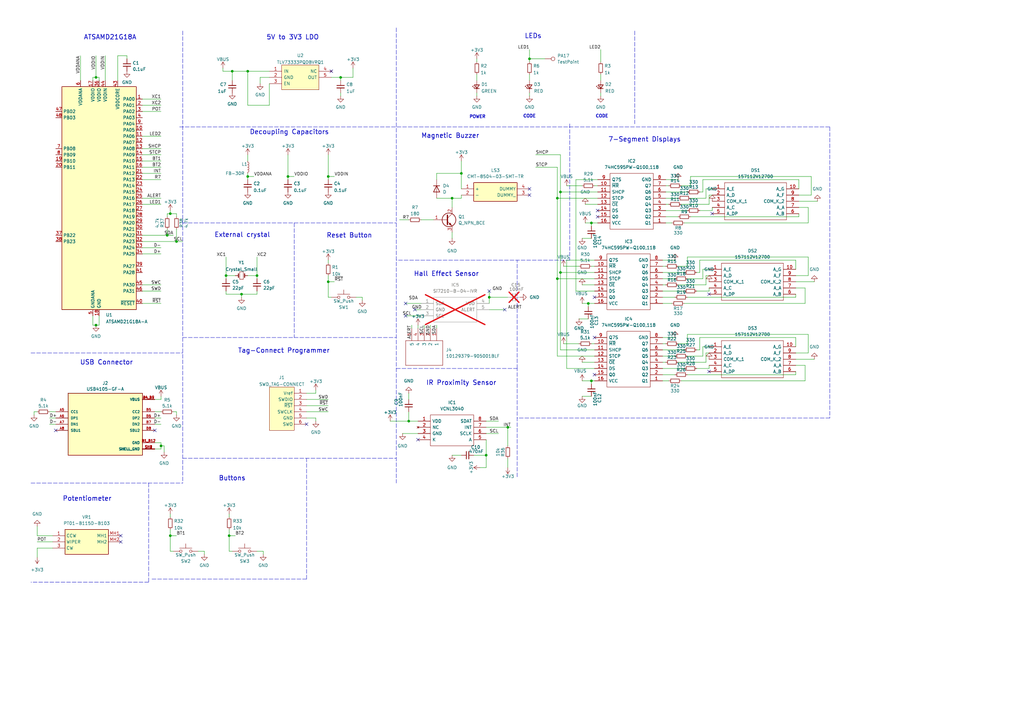
<source format=kicad_sch>
(kicad_sch (version 20250114) (generator "eeschema") (generator_version "9.0")
  (paper "A3")
  (text "Buttons" (at 89.662 197.358 0) (effects (font (size 1.905 1.905) (thickness 0.254) (bold yes)) (justify left bottom)))
  (text "5V to 3V3 LDO" (at 109.22 16.51 0) (effects (font (size 1.905 1.905) (thickness 0.254) (bold yes)) (justify left bottom)))
  (text "External crystal" (at 87.884 97.536 0) (effects (font (size 1.905 1.905) (thickness 0.254) (bold yes)) (justify left bottom)))
  (text "Tag-Connect Programmer" (at 97.536 145.034 0) (effects (font (size 1.905 1.905) (thickness 0.254) (bold yes)) (justify left bottom)))
  (text "Decoupling Capacitors" (at 102.362 55.372 0) (effects (font (size 1.905 1.905) (thickness 0.254) (bold yes)) (justify left bottom)))
  (text "Magnetic Buzzer" (at 172.72 56.896 0) (effects (font (size 1.905 1.905) (thickness 0.254) (bold yes)) (justify left bottom)))
  (text "CODE" (at 246.888 47.752 0) (effects (font (size 1.27 1.27) (thickness 0.254) (bold yes))))
  (text "CODE" (at 217.17 47.752 0) (effects (font (size 1.27 1.27) (thickness 0.254) (bold yes))))
  (text "7-Segment Displays" (at 249.428 58.42 0) (effects (font (size 1.905 1.905) (thickness 0.254) (bold yes)) (justify left bottom)))
  (text "LEDs" (at 215.138 16.002 0) (effects (font (size 1.905 1.905) (thickness 0.254) (bold yes)) (justify left bottom)))
  (text "IR Proximity Sensor" (at 174.752 158.242 0) (effects (font (size 1.905 1.905) (thickness 0.254) (bold yes)) (justify left bottom)))
  (text "POWER" (at 195.834 48.006 0) (effects (font (size 1.27 1.27) (thickness 0.254) (bold yes))))
  (text "Hall Effect Sensor" (at 169.672 113.538 0) (effects (font (size 1.905 1.905) (thickness 0.254) (bold yes)) (justify left bottom)))
  (text "USB Connector" (at 32.766 149.86 0) (effects (font (size 1.905 1.905) (thickness 0.254) (bold yes)) (justify left bottom)))
  (text "Potentiometer" (at 25.654 205.74 0) (effects (font (size 1.905 1.905) (thickness 0.254) (bold yes)) (justify left bottom)))
  (text "ATSAMD21G18A" (at 34.29 16.51 0) (effects (font (size 1.905 1.905) (thickness 0.254) (bold yes)) (justify left bottom)))
  (text "Reset Button" (at 133.858 97.79 0) (effects (font (size 1.905 1.905) (thickness 0.254) (bold yes)) (justify left bottom)))
  (junction (at 208.28 175.26))
  (junction (at 39.37 31.75))
  (junction (at 242.57 91.44))
  (junction (at 69.85 87.63))
  (junction (at 99.06 120.65))
  (junction (at 217.17 24.13))
  (junction (at 242.57 156.21))
  (junction (at 101.6 72.39))
  (junction (at 229.87 78.74))
  (junction (at 241.3 124.46))
  (junction (at 66.04 182.88))
  (junction (at 229.87 111.76))
  (junction (at 200.66 121.92))
  (junction (at 92.71 113.03))
  (junction (at 95.25 29.21))
  (junction (at 93.98 219.71))
  (junction (at 69.85 219.71))
  (junction (at 101.6 29.21))
  (junction (at 228.6 81.28))
  (junction (at 185.42 81.28))
  (junction (at 68.58 96.52))
  (junction (at 228.6 114.3))
  (junction (at 134.62 72.39))
  (junction (at 134.62 115.57))
  (junction (at 72.39 99.06))
  (junction (at 189.23 71.12))
  (junction (at 118.11 72.39))
  (junction (at 39.37 133.35))
  (junction (at 139.7 31.75))
  (junction (at 167.64 172.72))
  (junction (at 199.39 186.69))
  (junction (at 105.41 113.03))
  (no_connect (at 243.84 153.67))
  (no_connect (at 243.84 121.92))
  (no_connect (at 245.11 88.9))
  (no_connect (at 290.83 120.65))
  (no_connect (at 200.66 119.38))
  (no_connect (at 166.37 124.46))
  (no_connect (at 49.53 222.25))
  (no_connect (at 207.01 127))
  (no_connect (at 63.5 176.53))
  (no_connect (at 125.73 173.99))
  (no_connect (at 166.37 129.54))
  (no_connect (at 49.53 219.71))
  (no_connect (at 292.1 87.63))
  (no_connect (at 217.17 77.47))
  (no_connect (at 135.89 29.21))
  (no_connect (at 243.84 138.43))
  (no_connect (at 245.11 86.36))
  (no_connect (at 290.83 152.4))
  (no_connect (at 217.17 80.01))
  (no_connect (at 22.86 176.53))
  (no_connect (at 171.45 180.34))
  (no_connect (at 170.18 127))
  (wire (pts (xy 69.85 210.82) (xy 69.85 212.09)))
  (wire (pts (xy 172.72 127) (xy 170.18 127)))
  (wire (pts (xy 290.83 151.13) (xy 290.83 149.86)))
  (polyline (pts (xy 60.96 198.12) (xy 60.96 238.76)) (stroke (width 0) (type dash)))
  (wire (pts (xy 189.23 66.04) (xy 189.23 71.12)))
  (wire (pts (xy 58.42 96.52) (xy 68.58 96.52)))
  (wire (pts (xy 279.4 156.21) (xy 330.2 156.21)))
  (wire (pts (xy 229.87 78.74) (xy 229.87 63.5)))
  (wire (pts (xy 285.75 111.76) (xy 287.02 111.76)))
  (wire (pts (xy 48.26 22.86) (xy 48.26 33.02)))
  (polyline (pts (xy 125.73 237.49) (xy 125.73 187.96)) (stroke (width 0) (type dash)))
  (wire (pts (xy 171.45 172.72) (xy 167.64 172.72)))
  (wire (pts (xy 195.58 38.1) (xy 195.58 39.37)))
  (wire (pts (xy 40.64 31.75) (xy 39.37 31.75)))
  (wire (pts (xy 93.98 219.71) (xy 93.98 226.06)))
  (wire (pts (xy 271.78 146.05) (xy 276.86 146.05)))
  (wire (pts (xy 72.39 99.06) (xy 74.93 99.06)))
  (polyline (pts (xy 74.93 91.44) (xy 162.56 91.44)) (stroke (width 0) (type dash)))
  (wire (pts (xy 231.14 109.22) (xy 237.49 109.22)))
  (wire (pts (xy 58.42 83.82) (xy 66.04 83.82)))
  (wire (pts (xy 199.39 172.72) (xy 204.47 172.72)))
  (wire (pts (xy 232.41 106.68) (xy 232.41 151.13)))
  (wire (pts (xy 281.94 121.92) (xy 326.39 121.92)))
  (polyline (pts (xy 120.65 91.44) (xy 120.65 138.43)) (stroke (width 0) (type dash)))
  (wire (pts (xy 68.58 87.63) (xy 69.85 87.63)))
  (wire (pts (xy 134.62 113.03) (xy 134.62 115.57)))
  (wire (pts (xy 72.39 93.98) (xy 72.39 99.06)))
  (wire (pts (xy 91.44 29.21) (xy 95.25 29.21)))
  (wire (pts (xy 242.57 156.21) (xy 242.57 157.48)))
  (wire (pts (xy 21.59 224.79) (xy 15.24 224.79)))
  (wire (pts (xy 168.91 133.35) (xy 168.91 134.62)))
  (polyline (pts (xy 260.35 12.7) (xy 260.35 50.8)) (stroke (width 0) (type dash)))
  (wire (pts (xy 217.17 24.13) (xy 217.17 25.4)))
  (wire (pts (xy 125.73 166.37) (xy 134.62 166.37)))
  (wire (pts (xy 93.98 210.82) (xy 93.98 212.09)))
  (wire (pts (xy 69.85 226.06) (xy 71.12 226.06)))
  (wire (pts (xy 106.68 31.75) (xy 110.49 31.75)))
  (wire (pts (xy 199.39 180.34) (xy 199.39 186.69)))
  (wire (pts (xy 219.71 68.58) (xy 228.6 68.58)))
  (wire (pts (xy 69.85 87.63) (xy 72.39 87.63)))
  (wire (pts (xy 232.41 76.2) (xy 238.76 76.2)))
  (wire (pts (xy 95.25 29.21) (xy 95.25 33.02)))
  (wire (pts (xy 99.06 120.65) (xy 92.71 120.65)))
  (wire (pts (xy 58.42 116.84) (xy 66.04 116.84)))
  (polyline (pts (xy 12.7 198.12) (xy 74.93 198.12)) (stroke (width 0) (type dash)))
  (wire (pts (xy 273.05 88.9) (xy 278.13 88.9)))
  (wire (pts (xy 48.26 22.86) (xy 52.07 22.86)))
  (wire (pts (xy 91.44 27.94) (xy 91.44 29.21)))
  (wire (pts (xy 228.6 81.28) (xy 245.11 81.28)))
  (wire (pts (xy 281.94 146.05) (xy 288.29 146.05)))
  (wire (pts (xy 199.39 175.26) (xy 208.28 175.26)))
  (wire (pts (xy 38.1 31.75) (xy 39.37 31.75)))
  (wire (pts (xy 331.47 137.16) (xy 331.47 144.78)))
  (wire (pts (xy 273.05 91.44) (xy 275.59 91.44)))
  (polyline (pts (xy 60.96 238.76) (xy 12.7 238.76)) (stroke (width 0) (type dash)))
  (wire (pts (xy 240.03 83.82) (xy 245.11 83.82)))
  (polyline (pts (xy 196.85 52.07) (xy 340.36 52.07)) (stroke (width 0) (type dash)))
  (wire (pts (xy 83.82 226.06) (xy 83.82 227.33)))
  (wire (pts (xy 292.1 86.36) (xy 292.1 85.09)))
  (wire (pts (xy 21.59 219.71) (xy 15.24 219.71)))
  (wire (pts (xy 288.29 110.49) (xy 290.83 110.49)))
  (wire (pts (xy 199.39 186.69) (xy 194.31 186.69)))
  (wire (pts (xy 241.3 124.46) (xy 243.84 124.46)))
  (wire (pts (xy 271.78 119.38) (xy 280.67 119.38)))
  (wire (pts (xy 280.67 91.44) (xy 331.47 91.44)))
  (wire (pts (xy 281.94 109.22) (xy 281.94 105.41)))
  (wire (pts (xy 238.76 148.59) (xy 243.84 148.59)))
  (wire (pts (xy 287.02 86.36) (xy 292.1 86.36)))
  (wire (pts (xy 229.87 143.51) (xy 243.84 143.51)))
  (wire (pts (xy 208.28 175.26) (xy 209.55 175.26)))
  (polyline (pts (xy 12.7 144.78) (xy 74.93 144.78)) (stroke (width 0) (type dash)))
  (wire (pts (xy 287.02 138.43) (xy 326.39 138.43)))
  (wire (pts (xy 326.39 115.57) (xy 334.01 115.57)))
  (wire (pts (xy 229.87 78.74) (xy 229.87 111.76)))
  (wire (pts (xy 139.7 31.75) (xy 144.78 31.75)))
  (wire (pts (xy 134.62 115.57) (xy 137.16 115.57)))
  (wire (pts (xy 200.66 121.92) (xy 208.28 121.92)))
  (wire (pts (xy 189.23 71.12) (xy 189.23 77.47)))
  (wire (pts (xy 271.78 114.3) (xy 276.86 114.3)))
  (wire (pts (xy 200.66 119.38) (xy 200.66 121.92)))
  (wire (pts (xy 101.6 72.39) (xy 101.6 73.66)))
  (wire (pts (xy 185.42 85.09) (xy 185.42 81.28)))
  (wire (pts (xy 288.29 114.3) (xy 288.29 110.49)))
  (wire (pts (xy 101.6 29.21) (xy 101.6 43.18)))
  (wire (pts (xy 330.2 149.86) (xy 326.39 149.86)))
  (wire (pts (xy 101.6 63.5) (xy 101.6 66.04)))
  (wire (pts (xy 22.86 168.91) (xy 20.32 168.91)))
  (wire (pts (xy 92.71 120.65) (xy 92.71 119.38)))
  (wire (pts (xy 332.74 72.39) (xy 332.74 80.01)))
  (wire (pts (xy 199.39 186.69) (xy 199.39 191.77)))
  (wire (pts (xy 81.28 226.06) (xy 83.82 226.06)))
  (wire (pts (xy 229.87 111.76) (xy 243.84 111.76)))
  (wire (pts (xy 331.47 91.44) (xy 331.47 85.09)))
  (wire (pts (xy 101.6 113.03) (xy 105.41 113.03)))
  (wire (pts (xy 232.41 151.13) (xy 243.84 151.13)))
  (polyline (pts (xy 74.93 187.96) (xy 162.56 187.96)) (stroke (width 0) (type dash)))
  (wire (pts (xy 242.57 91.44) (xy 242.57 92.71)))
  (wire (pts (xy 101.6 71.12) (xy 101.6 72.39)))
  (wire (pts (xy 271.78 116.84) (xy 273.05 116.84)))
  (wire (pts (xy 185.42 95.25) (xy 185.42 97.79)))
  (wire (pts (xy 332.74 80.01) (xy 327.66 80.01)))
  (wire (pts (xy 271.78 143.51) (xy 280.67 143.51)))
  (wire (pts (xy 173.99 133.35) (xy 173.99 134.62)))
  (wire (pts (xy 231.14 140.97) (xy 237.49 140.97)))
  (wire (pts (xy 273.05 83.82) (xy 274.32 83.82)))
  (wire (pts (xy 287.02 111.76) (xy 287.02 106.68)))
  (wire (pts (xy 271.78 109.22) (xy 273.05 109.22)))
  (wire (pts (xy 148.59 121.92) (xy 148.59 123.19)))
  (wire (pts (xy 289.56 116.84) (xy 289.56 113.03)))
  (wire (pts (xy 331.47 113.03) (xy 326.39 113.03)))
  (wire (pts (xy 200.66 121.92) (xy 200.66 124.46)))
  (wire (pts (xy 93.98 219.71) (xy 96.52 219.71)))
  (polyline (pts (xy 125.73 237.49) (xy 62.23 237.49)) (stroke (width 0) (type dash)))
  (wire (pts (xy 283.21 72.39) (xy 332.74 72.39)))
  (wire (pts (xy 139.7 38.1) (xy 139.7 39.37)))
  (wire (pts (xy 273.05 86.36) (xy 281.94 86.36)))
  (wire (pts (xy 285.75 143.51) (xy 287.02 143.51)))
  (wire (pts (xy 134.62 121.92) (xy 135.89 121.92)))
  (wire (pts (xy 281.94 137.16) (xy 331.47 137.16)))
  (wire (pts (xy 40.64 133.35) (xy 40.64 129.54)))
  (polyline (pts (xy 233.68 106.68) (xy 162.56 106.68)) (stroke (width 0) (type dash)))
  (wire (pts (xy 15.24 224.79) (xy 15.24 228.6)))
  (wire (pts (xy 273.05 73.66) (xy 278.13 73.66)))
  (wire (pts (xy 217.17 24.13) (xy 223.52 24.13)))
  (wire (pts (xy 58.42 119.38) (xy 66.04 119.38)))
  (wire (pts (xy 285.75 151.13) (xy 290.83 151.13)))
  (wire (pts (xy 229.87 111.76) (xy 229.87 143.51)))
  (wire (pts (xy 58.42 63.5) (xy 66.04 63.5)))
  (wire (pts (xy 240.03 91.44) (xy 242.57 91.44)))
  (polyline (pts (xy 74.93 138.43) (xy 162.56 138.43)) (stroke (width 0) (type dash)))
  (wire (pts (xy 69.85 219.71) (xy 72.39 219.71)))
  (wire (pts (xy 288.29 73.66) (xy 327.66 73.66)))
  (wire (pts (xy 52.07 22.86) (xy 52.07 24.13)))
  (wire (pts (xy 242.57 140.97) (xy 243.84 140.97)))
  (wire (pts (xy 38.1 129.54) (xy 38.1 133.35)))
  (wire (pts (xy 242.57 109.22) (xy 243.84 109.22)))
  (polyline (pts (xy 233.68 50.8) (xy 233.68 106.68)) (stroke (width 0) (type dash)))
  (wire (pts (xy 107.95 226.06) (xy 107.95 227.33)))
  (wire (pts (xy 146.05 121.92) (xy 148.59 121.92)))
  (wire (pts (xy 106.68 34.29) (xy 106.68 31.75)))
  (wire (pts (xy 58.42 99.06) (xy 72.39 99.06)))
  (wire (pts (xy 289.56 77.47) (xy 292.1 77.47)))
  (polyline (pts (xy 73.66 52.07) (xy 196.85 52.07)) (stroke (width 0) (type dash)))
  (wire (pts (xy 246.38 20.32) (xy 246.38 25.4)))
  (wire (pts (xy 271.78 124.46) (xy 275.59 124.46)))
  (wire (pts (xy 273.05 78.74) (xy 281.94 78.74)))
  (wire (pts (xy 39.37 133.35) (xy 40.64 133.35)))
  (wire (pts (xy 40.64 33.02) (xy 40.64 31.75)))
  (wire (pts (xy 228.6 146.05) (xy 228.6 114.3)))
  (wire (pts (xy 330.2 124.46) (xy 330.2 118.11)))
  (wire (pts (xy 22.86 173.99) (xy 20.32 173.99)))
  (wire (pts (xy 287.02 106.68) (xy 326.39 106.68)))
  (wire (pts (xy 21.59 222.25) (xy 15.24 222.25)))
  (wire (pts (xy 290.83 83.82) (xy 290.83 80.01)))
  (wire (pts (xy 68.58 88.9) (xy 68.58 87.63)))
  (wire (pts (xy 58.42 45.72) (xy 66.04 45.72)))
  (wire (pts (xy 134.62 106.68) (xy 134.62 107.95)))
  (wire (pts (xy 58.42 81.28) (xy 66.04 81.28)))
  (wire (pts (xy 281.94 114.3) (xy 288.29 114.3)))
  (wire (pts (xy 243.84 146.05) (xy 228.6 146.05)))
  (wire (pts (xy 179.07 133.35) (xy 179.07 134.62)))
  (wire (pts (xy 288.29 146.05) (xy 288.29 142.24)))
  (wire (pts (xy 58.42 73.66) (xy 66.04 73.66)))
  (wire (pts (xy 13.97 170.18) (xy 13.97 168.91)))
  (wire (pts (xy 165.1 177.8) (xy 171.45 177.8)))
  (wire (pts (xy 69.85 217.17) (xy 69.85 219.71)))
  (wire (pts (xy 271.78 106.68) (xy 276.86 106.68)))
  (wire (pts (xy 69.85 219.71) (xy 69.85 226.06)))
  (wire (pts (xy 13.97 168.91) (xy 15.24 168.91)))
  (wire (pts (xy 105.41 119.38) (xy 105.41 120.65)))
  (wire (pts (xy 289.56 113.03) (xy 290.83 113.03)))
  (wire (pts (xy 283.21 81.28) (xy 289.56 81.28)))
  (wire (pts (xy 326.39 147.32) (xy 334.01 147.32)))
  (wire (pts (xy 129.54 160.02) (xy 129.54 161.29)))
  (wire (pts (xy 105.41 113.03) (xy 105.41 114.3)))
  (wire (pts (xy 208.28 187.96) (xy 208.28 191.77)))
  (wire (pts (xy 58.42 60.96) (xy 66.04 60.96)))
  (wire (pts (xy 243.84 106.68) (xy 232.41 106.68)))
  (wire (pts (xy 242.57 91.44) (xy 245.11 91.44)))
  (wire (pts (xy 134.62 115.57) (xy 134.62 121.92)))
  (wire (pts (xy 66.04 182.88) (xy 67.31 182.88)))
  (wire (pts (xy 101.6 72.39) (xy 104.14 72.39)))
  (wire (pts (xy 278.13 109.22) (xy 281.94 109.22)))
  (wire (pts (xy 125.73 171.45) (xy 129.54 171.45)))
  (wire (pts (xy 185.42 186.69) (xy 189.23 186.69)))
  (wire (pts (xy 278.13 116.84) (xy 289.56 116.84)))
  (wire (pts (xy 69.85 86.36) (xy 69.85 87.63)))
  (wire (pts (xy 58.42 124.46) (xy 66.04 124.46)))
  (wire (pts (xy 58.42 43.18) (xy 66.04 43.18)))
  (wire (pts (xy 327.66 73.66) (xy 327.66 77.47)))
  (wire (pts (xy 289.56 81.28) (xy 289.56 77.47)))
  (wire (pts (xy 58.42 66.04) (xy 66.04 66.04)))
  (wire (pts (xy 125.73 168.91) (xy 134.62 168.91)))
  (wire (pts (xy 208.28 175.26) (xy 208.28 182.88)))
  (wire (pts (xy 63.5 181.61) (xy 66.04 181.61)))
  (wire (pts (xy 278.13 148.59) (xy 289.56 148.59)))
  (wire (pts (xy 66.04 162.56) (xy 66.04 163.83)))
  (wire (pts (xy 271.78 156.21) (xy 274.32 156.21)))
  (wire (pts (xy 118.11 72.39) (xy 120.65 72.39)))
  (polyline (pts (xy 212.09 195.58) (xy 212.09 151.13)) (stroke (width 0) (type dash)))
  (wire (pts (xy 238.76 156.21) (xy 242.57 156.21)))
  (wire (pts (xy 63.5 173.99) (xy 66.04 173.99)))
  (wire (pts (xy 172.72 90.17) (xy 177.8 90.17)))
  (wire (pts (xy 331.47 85.09) (xy 327.66 85.09)))
  (wire (pts (xy 125.73 161.29) (xy 129.54 161.29)))
  (wire (pts (xy 33.02 22.86) (xy 33.02 33.02)))
  (wire (pts (xy 22.86 171.45) (xy 20.32 171.45)))
  (wire (pts (xy 283.21 88.9) (xy 327.66 88.9)))
  (wire (pts (xy 331.47 144.78) (xy 326.39 144.78)))
  (wire (pts (xy 63.5 171.45) (xy 66.04 171.45)))
  (wire (pts (xy 330.2 156.21) (xy 330.2 149.86)))
  (wire (pts (xy 327.66 82.55) (xy 335.28 82.55)))
  (wire (pts (xy 134.62 63.5) (xy 134.62 72.39)))
  (wire (pts (xy 326.39 138.43) (xy 326.39 142.24)))
  (wire (pts (xy 228.6 81.28) (xy 228.6 68.58)))
  (wire (pts (xy 271.78 121.92) (xy 276.86 121.92)))
  (wire (pts (xy 92.71 114.3) (xy 92.71 113.03)))
  (wire (pts (xy 163.83 90.17) (xy 167.64 90.17)))
  (wire (pts (xy 99.06 121.92) (xy 99.06 120.65)))
  (wire (pts (xy 179.07 71.12) (xy 189.23 71.12)))
  (polyline (pts (xy 74.93 12.7) (xy 74.93 198.12)) (stroke (width 0) (type dash)))
  (wire (pts (xy 287.02 78.74) (xy 288.29 78.74)))
  (wire (pts (xy 118.11 63.5) (xy 118.11 72.39)))
  (wire (pts (xy 290.83 80.01) (xy 292.1 80.01)))
  (wire (pts (xy 283.21 76.2) (xy 283.21 72.39)))
  (wire (pts (xy 238.76 124.46) (xy 241.3 124.46)))
  (wire (pts (xy 38.1 33.02) (xy 38.1 31.75)))
  (wire (pts (xy 185.42 81.28) (xy 189.23 81.28)))
  (wire (pts (xy 200.66 127) (xy 207.01 127)))
  (wire (pts (xy 288.29 78.74) (xy 288.29 73.66)))
  (wire (pts (xy 179.07 73.66) (xy 179.07 71.12)))
  (wire (pts (xy 273.05 76.2) (xy 274.32 76.2)))
  (wire (pts (xy 271.78 140.97) (xy 273.05 140.97)))
  (wire (pts (xy 238.76 116.84) (xy 243.84 116.84)))
  (wire (pts (xy 110.49 34.29) (xy 110.49 43.18)))
  (wire (pts (xy 281.94 105.41) (xy 331.47 105.41)))
  (wire (pts (xy 271.78 138.43) (xy 276.86 138.43)))
  (wire (pts (xy 68.58 96.52) (xy 71.12 96.52)))
  (wire (pts (xy 63.5 168.91) (xy 66.04 168.91)))
  (wire (pts (xy 327.66 88.9) (xy 327.66 87.63)))
  (wire (pts (xy 219.71 63.5) (xy 229.87 63.5)))
  (wire (pts (xy 101.6 43.18) (xy 110.49 43.18)))
  (wire (pts (xy 171.45 133.35) (xy 171.45 134.62)))
  (wire (pts (xy 39.37 22.86) (xy 39.37 31.75)))
  (wire (pts (xy 125.73 163.83) (xy 134.62 163.83)))
  (wire (pts (xy 139.7 31.75) (xy 139.7 33.02)))
  (wire (pts (xy 66.04 184.15) (xy 66.04 182.88)))
  (wire (pts (xy 43.18 22.86) (xy 43.18 33.02)))
  (wire (pts (xy 58.42 71.12) (xy 66.04 71.12)))
  (wire (pts (xy 237.49 130.81) (xy 241.3 130.81)))
  (wire (pts (xy 330.2 118.11) (xy 326.39 118.11)))
  (wire (pts (xy 38.1 133.35) (xy 39.37 133.35)))
  (wire (pts (xy 68.58 96.52) (xy 68.58 93.98)))
  (wire (pts (xy 92.71 113.03) (xy 96.52 113.03)))
  (wire (pts (xy 58.42 68.58) (xy 66.04 68.58)))
  (wire (pts (xy 238.76 97.79) (xy 242.57 97.79)))
  (wire (pts (xy 287.02 143.51) (xy 287.02 138.43)))
  (wire (pts (xy 280.67 124.46) (xy 330.2 124.46)))
  (wire (pts (xy 66.04 181.61) (xy 66.04 182.88)))
  (wire (pts (xy 101.6 29.21) (xy 110.49 29.21)))
  (wire (pts (xy 246.38 38.1) (xy 246.38 39.37)))
  (wire (pts (xy 58.42 101.6) (xy 66.04 101.6)))
  (polyline (pts (xy 162.56 151.13) (xy 212.09 151.13)) (stroke (width 0) (type dash)))
  (wire (pts (xy 58.42 104.14) (xy 66.04 104.14)))
  (wire (pts (xy 217.17 38.1) (xy 217.17 39.37)))
  (wire (pts (xy 236.22 73.66) (xy 245.11 73.66)))
  (wire (pts (xy 95.25 29.21) (xy 101.6 29.21)))
  (wire (pts (xy 243.84 76.2) (xy 245.11 76.2)))
  (polyline (pts (xy 340.36 52.07) (xy 340.36 171.45)) (stroke (width 0) (type dash)))
  (wire (pts (xy 242.57 156.21) (xy 243.84 156.21)))
  (wire (pts (xy 228.6 114.3) (xy 243.84 114.3)))
  (wire (pts (xy 271.78 151.13) (xy 280.67 151.13)))
  (wire (pts (xy 236.22 119.38) (xy 236.22 73.66)))
  (wire (pts (xy 195.58 24.13) (xy 195.58 25.4)))
  (wire (pts (xy 144.78 27.94) (xy 144.78 31.75)))
  (wire (pts (xy 271.78 111.76) (xy 280.67 111.76)))
  (wire (pts (xy 15.24 215.9) (xy 15.24 219.71)))
  (wire (pts (xy 129.54 171.45) (xy 129.54 172.72)))
  (wire (pts (xy 166.37 124.46) (xy 172.72 124.46)))
  (wire (pts (xy 166.37 129.54) (xy 172.72 129.54)))
  (wire (pts (xy 278.13 140.97) (xy 281.94 140.97)))
  (wire (pts (xy 66.04 163.83) (xy 63.5 163.83)))
  (wire (pts (xy 195.58 30.48) (xy 195.58 33.02)))
  (wire (pts (xy 118.11 72.39) (xy 118.11 73.66)))
  (wire (pts (xy 67.31 182.88) (xy 67.31 185.42)))
  (wire (pts (xy 72.39 87.63) (xy 72.39 88.9)))
  (wire (pts (xy 289.56 144.78) (xy 290.83 144.78)))
  (wire (pts (xy 58.42 40.64) (xy 66.04 40.64)))
  (wire (pts (xy 217.17 20.32) (xy 217.17 24.13)))
  (wire (pts (xy 99.06 120.65) (xy 105.41 120.65)))
  (wire (pts (xy 199.39 191.77) (xy 196.85 191.77)))
  (wire (pts (xy 134.62 72.39) (xy 137.16 72.39)))
  (wire (pts (xy 167.64 168.91) (xy 167.64 172.72)))
  (wire (pts (xy 246.38 30.48) (xy 246.38 33.02)))
  (wire (pts (xy 238.76 162.56) (xy 242.57 162.56)))
  (wire (pts (xy 279.4 83.82) (xy 290.83 83.82)))
  (wire (pts (xy 271.78 153.67) (xy 276.86 153.67)))
  (polyline (pts (xy 340.36 171.45) (xy 212.09 171.45)) (stroke (width 0) (type dash)))
  (wire (pts (xy 289.56 148.59) (xy 289.56 144.78)))
  (wire (pts (xy 279.4 76.2) (xy 283.21 76.2)))
  (wire (pts (xy 288.29 142.24) (xy 290.83 142.24)))
  (wire (pts (xy 167.64 161.29) (xy 167.64 163.83)))
  (polyline (pts (xy 212.09 151.13) (xy 212.09 106.68)) (stroke (width 0) (type dash)))
  (wire (pts (xy 326.39 121.92) (xy 326.39 120.65)))
  (wire (pts (xy 331.47 105.41) (xy 331.47 113.03)))
  (wire (pts (xy 281.94 140.97) (xy 281.94 137.16)))
  (wire (pts (xy 160.02 172.72) (xy 167.64 172.72)))
  (wire (pts (xy 243.84 119.38) (xy 236.22 119.38)))
  (wire (pts (xy 58.42 55.88) (xy 66.04 55.88)))
  (wire (pts (xy 71.12 168.91) (xy 72.39 168.91)))
  (wire (pts (xy 189.23 81.28) (xy 189.23 80.01)))
  (wire (pts (xy 72.39 168.91) (xy 72.39 170.18)))
  (wire (pts (xy 285.75 119.38) (xy 290.83 119.38)))
  (wire (pts (xy 228.6 114.3) (xy 228.6 81.28)))
  (wire (pts (xy 93.98 217.17) (xy 93.98 219.71)))
  (wire (pts (xy 135.89 31.75) (xy 139.7 31.75)))
  (wire (pts (xy 271.78 148.59) (xy 273.05 148.59)))
  (wire (pts (xy 281.94 153.67) (xy 326.39 153.67)))
  (wire (pts (xy 245.11 78.74) (xy 229.87 78.74)))
  (wire (pts (xy 92.71 105.41) (xy 92.71 113.03)))
  (wire (pts (xy 185.42 81.28) (xy 179.07 81.28)))
  (polyline (pts (xy 162.56 11.43) (xy 162.56 198.12)) (stroke (width 0) (type dash)))
  (wire (pts (xy 326.39 153.67) (xy 326.39 152.4)))
  (wire (pts (xy 199.39 177.8) (xy 204.47 177.8)))
  (wire (pts (xy 326.39 106.68) (xy 326.39 110.49)))
  (wire (pts (xy 63.5 184.15) (xy 66.04 184.15)))
  (wire (pts (xy 93.98 226.06) (xy 95.25 226.06)))
  (wire (pts (xy 241.3 124.46) (xy 241.3 125.73)))
  (wire (pts (xy 290.83 119.38) (xy 290.83 118.11)))
  (wire (pts (xy 105.41 105.41) (xy 105.41 113.03)))
  (wire (pts (xy 176.53 133.35) (xy 176.53 134.62)))
  (wire (pts (xy 134.62 72.39) (xy 134.62 73.66)))
  (wire (pts (xy 217.17 30.48) (xy 217.17 33.02)))
  (wire (pts (xy 105.41 226.06) (xy 107.95 226.06)))
  (wire (pts (xy 273.05 81.28) (xy 278.13 81.28)))
  (label "ALERT" (at 208.28 127 0))
  (label "D-" (at 20.32 173.99 0))
  (label "SDA" (at 71.12 96.52 180))
  (label "VDDIO" (at 39.37 22.86 270))
  (label "BT1" (at 66.04 66.04 180))
  (label "VDDIO" (at 120.65 72.39 0))
  (label "STCP" (at 219.71 68.58 0))
  (label "SCL" (at 173.99 133.35 270))
  (label "BT2" (at 96.52 219.71 0))
  (label "VDDANA" (at 104.14 72.39 0))
  (label "SWD" (at 66.04 119.38 180) (effects (font (size 1.2446 1.2446))))
  (label "LED2" (at 66.04 55.88 180) (effects (font (size 1.2446 1.2446))))
  (label "POT" (at 15.24 222.25 0))
  (label "SWC" (at 66.04 116.84 180) (effects (font (size 1.2446 1.2446))))
  (label "LED1" (at 66.04 83.82 180) (effects (font (size 1.2446 1.2446))))
  (label "SCL" (at 165.1 129.54 0))
  (label "D+" (at 66.04 104.14 180) (effects (font (size 1.2446 1.2446))))
  (label "POT" (at 66.04 45.72 180))
  (label "XC2" (at 66.04 43.18 180))
  (label "SCL" (at 204.47 177.8 180))
  (label "BT1" (at 72.39 219.71 0))
  (label "SHCP" (at 219.71 63.5 0))
  (label "XC1" (at 92.71 105.41 180))
  (label "ALERT" (at 168.91 133.35 270))
  (label "GND" (at 201.93 119.38 0))
  (label "~{RST}" (at 137.16 115.57 0))
  (label "D+" (at 20.32 171.45 0))
  (label "STCP" (at 66.04 63.5 180))
  (label "SWD" (at 134.62 163.83 180) (effects (font (size 1.2446 1.2446))))
  (label "BT2" (at 66.04 68.58 180))
  (label "VDDIN" (at 137.16 72.39 0))
  (label "SHCP" (at 66.04 60.96 180))
  (label "SWC" (at 134.62 168.91 180) (effects (font (size 1.2446 1.2446))))
  (label "INT" (at 209.55 175.26 180))
  (label "~{RST}" (at 66.04 124.46 180))
  (label "D-" (at 66.04 173.99 180))
  (label "R7" (at 66.04 73.66 180))
  (label "VDDIN" (at 43.18 22.86 270))
  (label "XC2" (at 105.41 105.41 0))
  (label "SDA" (at 167.64 123.19 0))
  (label "SDA" (at 204.47 172.72 180))
  (label "SCL" (at 74.93 99.06 180))
  (label "GND" (at 168.91 127 0))
  (label "SDA" (at 179.07 133.35 270))
  (label "LED2" (at 246.38 20.32 180) (effects (font (size 1.2446 1.2446))))
  (label "D+" (at 66.04 171.45 180))
  (label "LED1" (at 217.17 20.32 180) (effects (font (size 1.2446 1.2446))))
  (label "ALERT" (at 66.04 81.28 180))
  (label "GND" (at 176.53 133.35 270))
  (label "D-" (at 66.04 101.6 180) (effects (font (size 1.2446 1.2446))))
  (label "~{RST}" (at 134.62 166.37 180))
  (label "XC1" (at 66.04 40.64 180))
  (label "R7" (at 165.1 90.17 0))
  (label "VDDANA" (at 33.02 22.86 270))
  (label "INT" (at 66.04 71.12 180))
  (symbol (lib_id "Device:LED_Small") (at 217.17 35.56 90) (unit 1)
    (property "Reference" "D3" (at 218.948 34.588 90) (effects (justify right)))
    (property "Value" "RED" (at 218.948 37.3631 90) (effects (justify right)))
    (property "Footprint" "LED_SMD:LED_0603_1608Metric_Pad1.05x0.95mm_HandSolder" (effects (hide yes)))
    (property "Mouser Order Link" "https://www.mouser.com/ProductDetail/Wurth-Elektronik/150060RS55040?qs=8Aam6%252B7C6HHnMZFlrlTntA%3D%3D" (effects (hide yes)))
    (property "Mouser Part Number" "710-150060RS55040" (effects (hide yes)))
  )
  (symbol (lib_id "Device:C_Small") (at 139.7 35.56 0) (unit 1)
    (property "Reference" "C8" (at 142.0241 34.6578 0) (effects (justify left)))
    (property "Value" "1uF" (at 142.0241 37.4329 0) (effects (justify left)))
    (property "Footprint" "Capacitor_SMD:C_0603_1608Metric_Pad1.08x0.95mm_HandSolder" (effects (hide yes)))
  )
  (symbol (lib_name "GND_2") (lib_id "power:GND") (at 334.01 147.32 180) (unit 1)
    (property "Reference" "#PWR019" (effects (hide yes)))
    (property "Value" "GND" (at 334.01 142.24 0))
    (property "Description" "Power symbol creates a global label with name \"GND\" , ground" (effects (hide yes)))
  )
  (symbol (lib_id "Device:R_Small") (at 276.86 156.21 90) (unit 1)
    (property "Reference" "R24" (at 276.86 158.242 90))
    (property "Value" "330" (at 276.86 160.274 90))
    (property "Footprint" "Resistor_SMD:R_0603_1608Metric_Pad0.98x0.95mm_HandSolder" (effects (hide yes)))
  )
  (symbol (lib_name "GND_3") (lib_id "power:GND") (at 238.76 116.84 180) (unit 1)
    (property "Reference" "#PWR021" (effects (hide yes)))
    (property "Value" "GND" (at 238.76 111.76 0))
    (property "Description" "Power symbol creates a global label with name \"GND\" , ground" (effects (hide yes)))
  )
  (symbol (lib_id "power:+3V3") (at 69.85 210.82 0) (unit 1)
    (property "Reference" "#PWR0129" (effects (hide yes)))
    (property "Value" "+3V3" (at 69.85 207.2155 0))
  )
  (symbol (lib_id "Device:R_Small") (at 279.4 146.05 270) (unit 1)
    (property "Reference" "R25" (at 279.4 144.018 90))
    (property "Value" "330" (at 279.4 141.986 90))
    (property "Footprint" "Resistor_SMD:R_0603_1608Metric_Pad0.98x0.95mm_HandSolder" (effects (hide yes)))
  )
  (symbol (lib_id "power:GND") (at 52.07 29.21 0) (unit 1)
    (property "Reference" "#PWR0120" (effects (hide yes)))
    (property "Value" "GND" (at 52.07 33.7725 0))
  )
  (symbol (lib_id "power:+3V3") (at 69.85 86.36 0) (unit 1)
    (property "Reference" "#PWR0128" (effects (hide yes)))
    (property "Value" "+3V3" (at 69.85 82.7555 0))
  )
  (symbol (lib_id "power:GND") (at 139.7 39.37 0) (unit 1)
    (property "Reference" "#PWR0103" (effects (hide yes)))
    (property "Value" "GND" (at 139.7 43.9325 0))
  )
  (symbol (lib_id "Device:R_Small") (at 275.59 140.97 270) (unit 1)
    (property "Reference" "R22" (at 275.59 138.938 90))
    (property "Value" "330" (at 275.59 136.906 90))
    (property "Footprint" "Resistor_SMD:R_0603_1608Metric_Pad0.98x0.95mm_HandSolder" (effects (hide yes)))
  )
  (symbol (lib_name "VBUS_1") (lib_id "power:VBUS") (at 238.76 156.21 0) (unit 1)
    (property "Reference" "#PWR012" (effects (hide yes)))
    (property "Value" "VBUS" (at 237.998 152.146 0))
    (property "Description" "Power symbol creates a global label with name \"VBUS\"" (effects (hide yes)))
  )
  (symbol (lib_id "Device:D") (at 179.07 77.47 270) (unit 1)
    (property "Reference" "D4" (at 181.61 76.1999 90) (effects (justify left)))
    (property "Value" "D" (at 181.61 78.7399 90) (effects (justify left)))
    (property "Footprint" "finalpcb:SOD2713X115N" (effects (hide yes)))
    (property "Datasheet" "https://www.vishay.com/docs/85751/1n4148ws.pdf" (effects (hide yes)))
    (property "Description" "Diode" (effects (hide yes)))
    (property "Sim.Device" "D" (effects (hide yes)))
    (property "Sim.Pins" "1=K 2=A" (effects (hide yes)))
    (property "Purchase Link" "https://www.mouser.com/ProductDetail/Vishay-Semiconductors/1N4148WS-HE3-18?qs=uS%252BVSIFnvp7OP3eoZuRJLQ%3D%3D" (effects (hide yes)))
  )
  (symbol (lib_id "CMT-8504-03-SMT-TR:CMT-8504-03-SMT-TR") (at 217.17 80.01 180) (unit 1)
    (property "Reference" "LS3" (at 203.2 69.85 0))
    (property "Value" "CMT-8504-03-SMT-TR" (at 203.2 72.39 0))
    (property "Footprint" "CMT850403SMTTR" (effects (hide yes)))
    (property "Datasheet" "https://www.sameskydevices.com/product/resource/cmt-8504-03-smt-tr.pdf" (effects (hide yes)))
    (property "Description" "Buzzers Transducer, Externally Driven Magnetic 3 V 5mA 2.7kHz 85dB @ 3V, 10cm Surface Mount Solder Pads" (effects (hide yes)))
    (property "Height" "4.5" (effects (hide yes)))
    (property "Mouser Part Number" "179-CMT-8504-03SMTTR" (effects (hide yes)))
    (property "Mouser Price/Stock" "https://www.mouser.co.uk/ProductDetail/Same-Sky/CMT-8504-03-SMT-TR?qs=olJun0bQHM8hsIBgiowfOQ%3D%3D" (effects (hide yes)))
    (property "Manufacturer_Name" "Same Sky" (effects (hide yes)))
    (property "Manufacturer_Part_Number" "CMT-8504-03-SMT-TR" (effects (hide yes)))
  )
  (symbol (lib_id "power:+3V3") (at 15.24 228.6 180) (unit 1)
    (property "Reference" "#PWR0136" (effects (hide yes)))
    (property "Value" "+3V3" (at 15.24 233.68 0))
  )
  (symbol (lib_id "Device:R_Small") (at 283.21 119.38 270) (unit 1)
    (property "Reference" "R21" (at 283.21 117.348 90))
    (property "Value" "330" (at 283.21 115.316 90))
    (property "Footprint" "Resistor_SMD:R_0603_1608Metric_Pad0.98x0.95mm_HandSolder" (effects (hide yes)))
  )
  (symbol (lib_name "VBUS_1") (lib_id "power:VBUS") (at 240.03 91.44 0) (unit 1)
    (property "Reference" "#PWR08" (effects (hide yes)))
    (property "Value" "VBUS" (at 240.03 87.63 0))
    (property "Description" "Power symbol creates a global label with name \"VBUS\"" (effects (hide yes)))
  )
  (symbol (lib_id "power:+3V3") (at 101.6 63.5 0) (unit 1)
    (property "Reference" "#PWR0109" (effects (hide yes)))
    (property "Value" "+3V3" (at 101.6 59.8955 0))
  )
  (symbol (lib_id "power:VBUS") (at 91.44 27.94 0) (unit 1)
    (property "Reference" "#PWR0102" (effects (hide yes)))
    (property "Value" "VBUS" (at 91.44 24.3355 0))
  )
  (symbol (lib_id "Device:R_Small") (at 246.38 27.94 0) (unit 1)
    (property "Reference" "R3" (at 247.8786 27.0315 0) (effects (justify left)))
    (property "Value" "1k" (at 247.8786 29.8066 0) (effects (justify left)))
    (property "Footprint" "Resistor_SMD:R_0603_1608Metric_Pad0.98x0.95mm_HandSolder" (effects (hide yes)))
  )
  (symbol (lib_name "VBUS_1") (lib_id "power:VBUS") (at 238.76 124.46 0) (unit 1)
    (property "Reference" "#PWR010" (effects (hide yes)))
    (property "Value" "VBUS" (at 238.506 120.396 0))
    (property "Description" "Power symbol creates a global label with name \"VBUS\"" (effects (hide yes)))
  )
  (symbol (lib_id "Device:C_Small") (at 118.11 76.2 0) (unit 1)
    (property "Reference" "C3" (at 120.4341 75.2978 0) (effects (justify left)))
    (property "Value" "0.1uF" (at 120.4341 78.0729 0) (effects (justify left)))
    (property "Footprint" "Capacitor_SMD:C_0603_1608Metric_Pad1.08x0.95mm_HandSolder" (effects (hide yes)))
  )
  (symbol (lib_name "GND_3") (lib_id "power:GND") (at 237.49 130.81 0) (unit 1)
    (property "Reference" "#PWR030" (effects (hide yes)))
    (property "Value" "GND" (at 237.49 134.62 0))
    (property "Description" "Power symbol creates a global label with name \"GND\" , ground" (effects (hide yes)))
  )
  (symbol (lib_id "power:GND") (at 99.06 121.92 0) (unit 1)
    (property "Reference" "#PWR0107" (effects (hide yes)))
    (property "Value" "GND" (at 99.06 126.4825 0))
  )
  (symbol (lib_name "GND_3") (lib_id "power:GND") (at 238.76 97.79 0) (unit 1)
    (property "Reference" "#PWR031" (effects (hide yes)))
    (property "Value" "GND" (at 238.76 101.6 0))
    (property "Description" "Power symbol creates a global label with name \"GND\" , ground" (effects (hide yes)))
  )
  (symbol (lib_id "power:GND") (at 195.58 39.37 0) (unit 1)
    (property "Reference" "#PWR0118" (effects (hide yes)))
    (property "Value" "GND" (at 195.58 43.9325 0))
  )
  (symbol (lib_name "GND_2") (lib_id "power:GND") (at 276.86 106.68 180) (unit 1)
    (property "Reference" "#PWR011" (effects (hide yes)))
    (property "Value" "GND" (at 276.86 101.6 0))
    (property "Description" "Power symbol creates a global label with name \"GND\" , ground" (effects (hide yes)))
  )
  (symbol (lib_id "finalpcb:74HC595PW-Q100,118") (at 273.05 91.44 180) (unit 1)
    (property "Reference" "IC2" (at 259.08 66.04 0))
    (property "Value" "74HC595PW-Q100,118" (at 259.08 68.58 0))
    (property "Footprint" "finalpcb:SOP65P640X110-16N" (effects (hide yes)))
    (property "Datasheet" "https://assets.nexperia.com/documents/data-sheet/74HC_HCT595_Q100.pdf" (effects (hide yes)))
    (property "Description" "74HC(T)595-Q100 - 8-bit serial-in, serial or parallel-out shift register with output latches; 3-state@en-us" (effects (hide yes)))
    (property "Description_1" "74HC(T)595-Q100 - 8-bit serial-in, serial or parallel-out shift register with output latches; 3-state@en-us" (effects (hide yes)))
    (property "Height" "1.1" (effects (hide yes)))
    (property "Mouser Part Number" "771-74HC595PW-Q100" (effects (hide yes)))
    (property "Mouser Price/Stock" "https://www.mouser.co.uk/ProductDetail/Nexperia/74HC595PW-Q100118?qs=1sbE9T7hb3aHrTORCcEuDg%3D%3D" (effects (hide yes)))
    (property "Manufacturer_Name" "Nexperia" (effects (hide yes)))
    (property "Manufacturer_Part_Number" "74HC595PW-Q100,118" (effects (hide yes)))
  )
  (symbol (lib_id "power:GND") (at 148.59 123.19 0) (unit 1)
    (property "Reference" "#PWR0104" (effects (hide yes)))
    (property "Value" "GND" (at 148.59 127.7525 0))
  )
  (symbol (lib_id "Device:C_Small") (at 95.25 35.56 0) (mirror x) (unit 1)
    (property "Reference" "C7" (at 92.9259 34.6451 0) (effects (justify right)))
    (property "Value" "1uF" (at 92.9259 37.4202 0) (effects (justify right)))
    (property "Footprint" "Capacitor_SMD:C_0603_1608Metric_Pad1.08x0.95mm_HandSolder" (effects (hide yes)))
  )
  (symbol (lib_id "power:+3V3") (at 208.28 191.77 180) (unit 1)
    (property "Reference" "#PWR0134" (effects (hide yes)))
    (property "Value" "+3V3" (at 208.28 195.3745 0))
  )
  (symbol (lib_id "finalpcb:VCNL3040") (at 171.45 172.72 0) (unit 1)
    (property "Reference" "IC1" (at 185.42 165.1 0))
    (property "Value" "VCNL3040" (at 185.42 167.64 0))
    (property "Footprint" "finalpcb:SON108P200X400X115-8N" (effects (hide yes)))
    (property "Datasheet" "https://www.vishay.com/docs/84917/vcnl3040.pdf" (effects (hide yes)))
    (property "Description" "VISHAY - VCNL3040 - Proximity Sensor, I2C, 300 mm, QFN, 8 Pins, 2.5 V, 3.6 V" (effects (hide yes)))
    (property "Description_1" "VISHAY - VCNL3040 - Proximity Sensor, I2C, 300 mm, QFN, 8 Pins, 2.5 V, 3.6 V" (effects (hide yes)))
    (property "Height" "1.15" (effects (hide yes)))
    (property "Mouser Part Number" "78-VCNL3040" (effects (hide yes)))
    (property "Mouser Price/Stock" "https://www.mouser.co.uk/ProductDetail/Vishay-Semiconductors/VCNL3040?qs=bZr6mbWTK5m90GodUNdcvA%3D%3D" (effects (hide yes)))
    (property "Manufacturer_Name" "Vishay" (effects (hide yes)))
    (property "Manufacturer_Part_Number" "VCNL3040" (effects (hide yes)))
  )
  (symbol (lib_id "power:GND") (at 246.38 39.37 0) (unit 1)
    (property "Reference" "#PWR0119" (effects (hide yes)))
    (property "Value" "GND" (at 246.38 43.9325 0))
  )
  (symbol (lib_id "Device:R_Small") (at 283.21 151.13 270) (unit 1)
    (property "Reference" "R28" (at 283.21 149.098 90))
    (property "Value" "330" (at 283.21 147.066 90))
    (property "Footprint" "Resistor_SMD:R_0603_1608Metric_Pad0.98x0.95mm_HandSolder" (effects (hide yes)))
  )
  (symbol (lib_id "Device:LED_Small") (at 195.58 35.56 90) (unit 1)
    (property "Reference" "D1" (at 197.358 34.588 90) (effects (justify right)))
    (property "Value" "GREEN" (at 197.358 37.3631 90) (effects (justify right)))
    (property "Footprint" "LED_SMD:LED_0603_1608Metric_Pad1.05x0.95mm_HandSolder" (effects (hide yes)))
  )
  (symbol (lib_id "Device:C_Small") (at 101.6 76.2 0) (unit 1)
    (property "Reference" "C2" (at 103.9241 75.2978 0) (effects (justify left)))
    (property "Value" "0.1uF" (at 103.9241 78.0729 0) (effects (justify left)))
    (property "Footprint" "Capacitor_SMD:C_0603_1608Metric_Pad1.08x0.95mm_HandSolder" (effects (hide yes)))
  )
  (symbol (lib_name "GND_2") (lib_id "power:GND") (at 290.83 147.32 180) (unit 1)
    (property "Reference" "#PWR018" (effects (hide yes)))
    (property "Value" "GND" (at 290.83 142.24 0))
    (property "Description" "Power symbol creates a global label with name \"GND\" , ground" (effects (hide yes)))
  )
  (symbol (lib_id "power:+3V3") (at 195.58 24.13 0) (unit 1)
    (property "Reference" "#PWR0115" (effects (hide yes)))
    (property "Value" "+3V3" (at 195.58 20.5255 0))
  )
  (symbol (lib_id "Device:C_Small") (at 134.62 76.2 0) (unit 1)
    (property "Reference" "C4" (at 136.9441 75.2978 0) (effects (justify left)))
    (property "Value" "0.1uF" (at 136.9441 78.0729 0) (effects (justify left)))
    (property "Footprint" "Capacitor_SMD:C_0603_1608Metric_Pad1.08x0.95mm_HandSolder" (effects (hide yes)))
  )
  (symbol (lib_id "Switch:SW_Push") (at 76.2 226.06 0) (unit 1)
    (property "Reference" "SW2" (at 76.2 230.1408 0))
    (property "Value" "SW_Push" (at 76.2 227.6039 0))
    (property "Footprint" "Button_Switch_SMD:SW_SPST_TL3305A" (effects (hide yes)))
  )
  (symbol (lib_id "power:+3V3") (at 134.62 106.68 0) (unit 1)
    (property "Reference" "#PWR0113" (effects (hide yes)))
    (property "Value" "+3V3" (at 134.62 103.0755 0))
  )
  (symbol (lib_id "power:GND") (at 72.39 170.18 0) (unit 1)
    (property "Reference" "#PWR01" (effects (hide yes)))
    (property "Value" "GND" (at 72.39 174.7425 0))
  )
  (symbol (lib_id "Device:R_Small") (at 275.59 116.84 270) (unit 1)
    (property "Reference" "R16" (at 275.59 114.808 90))
    (property "Value" "330" (at 275.59 112.776 90))
    (property "Footprint" "Resistor_SMD:R_0603_1608Metric_Pad0.98x0.95mm_HandSolder" (effects (hide yes)))
  )
  (symbol (lib_id "power:GND") (at 118.11 78.74 0) (unit 1)
    (property "Reference" "#PWR0110" (effects (hide yes)))
    (property "Value" "GND" (at 118.11 83.3025 0))
  )
  (symbol (lib_id "power:GND") (at 39.37 133.35 0) (unit 1)
    (property "Reference" "#PWR0105" (effects (hide yes)))
    (property "Value" "GND" (at 39.37 137.9125 0))
  )
  (symbol (lib_id "Transistor_BJT:Q_NPN_BCE") (at 182.88 90.17 0) (unit 1)
    (property "Reference" "Q1" (at 187.96 88.8999 0) (effects (justify left)))
    (property "Value" "Q_NPN_BCE" (at 187.96 91.4399 0) (effects (justify left)))
    (property "Footprint" "finalpcb:2SA1588GRLF" (effects (hide yes)))
    (property "Datasheet" "https://www.mouser.com/datasheet/2/408/2SA1588_datasheet_en_20210625-1140114.pdf" (effects (hide yes)))
    (property "Description" "NPN transistor, base/collector/emitter" (effects (hide yes)))
    (property "Purchase link" "https://www.mouser.com/ProductDetail/Toshiba/2SA1588-GRLF?qs=5pLaOnqdcwN66iVmZiaLBA%3D%3D" (effects (hide yes)))
  )
  (symbol (lib_name "GND_3") (lib_id "power:GND") (at 238.76 148.59 180) (unit 1)
    (property "Reference" "#PWR022" (effects (hide yes)))
    (property "Value" "GND" (at 238.76 143.51 0))
    (property "Description" "Power symbol creates a global label with name \"GND\" , ground" (effects (hide yes)))
  )
  (symbol (lib_id "power:GND") (at 134.62 78.74 0) (unit 1)
    (property "Reference" "#PWR0106" (effects (hide yes)))
    (property "Value" "GND" (at 134.62 83.3025 0))
  )
  (symbol (lib_id "finalpcb:157112V12700") (at 290.83 110.49 0) (unit 1)
    (property "Reference" "DS2" (at 308.61 102.87 0))
    (property "Value" "157112V12700" (at 308.61 105.41 0))
    (property "Footprint" "finalpcb:157112V12700" (effects (hide yes)))
    (property "Datasheet" "https://componentsearchengine.com/Datasheets/2/157112V12700.pdf" (effects (hide yes)))
    (property "Description" "157112V12700 Wurth Elektronik 7-Segment LED Display, CC Green 21 mcd RH DP 7.6mm" (effects (hide yes)))
    (property "Description_1" "157112V12700 Wurth Elektronik 7-Segment LED Display, CC Green 21 mcd RH DP 7.6mm" (effects (hide yes)))
    (property "Height" "4" (effects (hide yes)))
    (property "Mouser Part Number" "710-157112V12700" (effects (hide yes)))
    (property "Mouser Price/Stock" "https://www.mouser.co.uk/ProductDetail/Wurth-Elektronik/157112V12700?qs=QNEnbhJQKvYirGfriyLOJw%3D%3D" (effects (hide yes)))
    (property "Manufacturer_Name" "Wurth Elektronik" (effects (hide yes)))
    (property "Manufacturer_Part_Number" "157112V12700" (effects (hide yes)))
  )
  (symbol (lib_name "GND_2") (lib_id "power:GND") (at 335.28 82.55 180) (unit 1)
    (property "Reference" "#PWR014" (effects (hide yes)))
    (property "Value" "GND" (at 335.28 77.47 0))
    (property "Description" "Power symbol creates a global label with name \"GND\" , ground" (effects (hide yes)))
  )
  (symbol (lib_id "power:GND") (at 101.6 78.74 0) (unit 1)
    (property "Reference" "#PWR0111" (effects (hide yes)))
    (property "Value" "GND" (at 101.6 83.3025 0))
  )
  (symbol (lib_id "Device:R_Small") (at 278.13 124.46 90) (unit 1)
    (property "Reference" "R17" (at 278.13 126.492 90))
    (property "Value" "330" (at 278.13 128.524 90))
    (property "Footprint" "Resistor_SMD:R_0603_1608Metric_Pad0.98x0.95mm_HandSolder" (effects (hide yes)))
  )
  (symbol (lib_id "Device:C_Small") (at 105.41 116.84 0) (unit 1)
    (property "Reference" "C6" (at 107.95 115.5762 0) (effects (justify left)))
    (property "Value" "22pF" (at 107.95 118.1162 0) (effects (justify left)))
    (property "Footprint" "Capacitor_SMD:C_0603_1608Metric_Pad1.08x0.95mm_HandSolder" (effects (hide yes)))
    (property "Mouser Order Link" "https://www.mouser.com/ProductDetail/KYOCERA-AVX/06035C220JAT2A?qs=EbDiPP9peV8r1LlCcc83tg%3D%3D" (effects (hide yes)))
    (property "Mouser Part Number" "581-06035C220JAT2A" (effects (hide yes)))
  )
  (symbol (lib_id "power:GND") (at 67.31 185.42 0) (unit 1)
    (property "Reference" "#PWR03" (effects (hide yes)))
    (property "Value" "GND" (at 67.31 189.9825 0))
  )
  (symbol (lib_id "Device:R_Small") (at 279.4 153.67 270) (unit 1)
    (property "Reference" "R26" (at 279.4 151.638 90))
    (property "Value" "330" (at 279.4 149.606 90))
    (property "Footprint" "Resistor_SMD:R_0603_1608Metric_Pad0.98x0.95mm_HandSolder" (effects (hide yes)))
  )
  (symbol (lib_id "Device:R_Small") (at 275.59 109.22 270) (unit 1)
    (property "Reference" "R15" (at 275.59 107.188 90))
    (property "Value" "330" (at 275.59 105.156 90))
    (property "Footprint" "Resistor_SMD:R_0603_1608Metric_Pad0.98x0.95mm_HandSolder" (effects (hide yes)))
  )
  (symbol (lib_id "Device:C_Small") (at 52.07 26.67 0) (unit 1)
    (property "Reference" "C1" (at 54.3941 25.8416 0) (effects (justify left)))
    (property "Value" "0.1uF" (at 54.3941 28.3785 0) (effects (justify left)))
    (property "Footprint" "Capacitor_SMD:C_0603_1608Metric_Pad1.08x0.95mm_HandSolder" (effects (hide yes)))
  )
  (symbol (lib_name "GND_1") (lib_id "power:GND") (at 185.42 186.69 0) (unit 1)
    (property "Reference" "#PWR027" (effects (hide yes)))
    (property "Value" "GND" (at 185.42 191.77 0))
    (property "Description" "Power symbol creates a global label with name \"GND\" , ground" (effects (hide yes)))
  )
  (symbol (lib_name "GND_1") (lib_id "power:GND") (at 167.64 161.29 180) (unit 1)
    (property "Reference" "#PWR026" (effects (hide yes)))
    (property "Value" "GND" (at 167.64 156.21 0))
    (property "Description" "Power symbol creates a global label with name \"GND\" , ground" (effects (hide yes)))
  )
  (symbol (lib_id "Switch:SW_Push") (at 140.97 121.92 0) (unit 1)
    (property "Reference" "SW1" (at 140.97 126.0008 0))
    (property "Value" "SW_Push" (at 140.97 123.4639 0))
    (property "Footprint" "Button_Switch_SMD:SW_SPST_TL3305A" (effects (hide yes)))
  )
  (symbol (lib_id "power:VBUS") (at 66.04 162.56 0) (unit 1)
    (property "Reference" "#PWR04" (effects (hide yes)))
    (property "Value" "VBUS" (at 66.04 158.9555 0))
  )
  (symbol (lib_id "Device:R_Small") (at 93.98 214.63 0) (unit 1)
    (property "Reference" "R33" (at 95.4786 213.7215 0) (effects (justify left)))
    (property "Value" "10k" (at 95.4786 216.4966 0) (effects (justify left)))
    (property "Footprint" "Resistor_SMD:R_0603_1608Metric_Pad0.98x0.95mm_HandSolder" (effects (hide yes)))
  )
  (symbol (lib_id "Device:R_Small") (at 134.62 110.49 0) (unit 1)
    (property "Reference" "R1" (at 136.1186 109.5815 0) (effects (justify left)))
    (property "Value" "10k" (at 136.1186 112.3566 0) (effects (justify left)))
    (property "Footprint" "Resistor_SMD:R_0603_1608Metric_Pad0.98x0.95mm_HandSolder" (effects (hide yes)))
  )
  (symbol (lib_id "Device:R_Small") (at 283.21 143.51 270) (unit 1)
    (property "Reference" "R27" (at 283.21 141.478 90))
    (property "Value" "330" (at 283.21 139.446 90))
    (property "Footprint" "Resistor_SMD:R_0603_1608Metric_Pad0.98x0.95mm_HandSolder" (effects (hide yes)))
  )
  (symbol (lib_id "hcipcb23:TLV73333PQDBVRQ1") (at 110.49 29.21 0) (unit 1)
    (property "Reference" "U2" (at 123.19 22.7543 0))
    (property "Value" "TLV73333PQDBVRQ1" (at 123.19 25.5294 0))
    (property "Footprint" "hcipcb:SOT95P280X145-5N" (effects (hide yes)))
    (property "Datasheet" "http://www.ti.com/lit/gpn/TLV733P-Q1" (effects (hide yes)))
    (property "Description" "Automotive capacitor-free 300-mA LDO regulator with foldback current limit for portable devices" (effects (hide yes)))
    (property "Height" "1.45" (effects (hide yes)))
    (property "Mouser Part Number" "595-TLV73333PQDBVRQ1" (effects (hide yes)))
    (property "Mouser Price/Stock" "https://www.mouser.co.uk/ProductDetail/Texas-Instruments/TLV73333PQDBVRQ1?qs=9r4v7xj2LnnYANXVL3PB4Q%3D%3D" (effects (hide yes)))
    (property "Manufacturer_Name" "Texas Instruments" (effects (hide yes)))
    (property "Manufacturer_Part_Number" "TLV73333PQDBVRQ1" (effects (hide yes)))
  )
  (symbol (lib_id "MCU_Microchip_SAMD:ATSAMD21G18A-A") (at 40.64 81.28 0) (mirror y) (unit 1)
    (property "Reference" "U1" (at 43.4087 129.1495 0) (effects (justify right)))
    (property "Value" "ATSAMD21G18A-A" (at 43.4087 131.9246 0) (effects (justify right)))
    (property "Footprint" "Package_QFP:TQFP-48_7x7mm_P0.5mm" (effects (hide yes)))
    (property "Datasheet" "http://ww1.microchip.com/downloads/en/DeviceDoc/SAM_D21_DA1_Family_Data%20Sheet_DS40001882E.pdf" (effects (hide yes)))
  )
  (symbol (lib_id "Device:R_Small") (at 280.67 81.28 270) (unit 1)
    (property "Reference" "R12" (at 280.67 79.248 90))
    (property "Value" "330" (at 280.67 77.216 90))
    (property "Footprint" "Resistor_SMD:R_0603_1608Metric_Pad0.98x0.95mm_HandSolder" (effects (hide yes)))
  )
  (symbol (lib_id "Device:LED_Small") (at 246.38 35.56 90) (unit 1)
    (property "Reference" "D2" (at 248.158 34.588 90) (effects (justify right)))
    (property "Value" "RED" (at 248.158 37.3631 90) (effects (justify right)))
    (property "Footprint" "LED_SMD:LED_0603_1608Metric_Pad1.05x0.95mm_HandSolder" (effects (hide yes)))
    (property "Mouser Order Link" "https://www.mouser.com/ProductDetail/Wurth-Elektronik/150060RS55040?qs=8Aam6%252B7C6HHnMZFlrlTntA%3D%3D" (effects (hide yes)))
    (property "Mouser Part Number" "710-150060RS55040" (effects (hide yes)))
  )
  (symbol (lib_name "GND_3") (lib_id "power:GND") (at 240.03 83.82 180) (unit 1)
    (property "Reference" "#PWR020" (effects (hide yes)))
    (property "Value" "GND" (at 240.03 78.74 0))
    (property "Description" "Power symbol creates a global label with name \"GND\" , ground" (effects (hide yes)))
  )
  (symbol (lib_name "GND_2") (lib_id "power:GND") (at 292.1 82.55 180) (unit 1)
    (property "Reference" "#PWR015" (effects (hide yes)))
    (property "Value" "GND" (at 292.1 77.47 0))
    (property "Description" "Power symbol creates a global label with name \"GND\" , ground" (effects (hide yes)))
  )
  (symbol (lib_id "Device:R_Small") (at 278.13 91.44 90) (unit 1)
    (property "Reference" "R8" (at 278.13 93.472 90))
    (property "Value" "330" (at 278.13 95.504 90))
    (property "Footprint" "Resistor_SMD:R_0603_1608Metric_Pad0.98x0.95mm_HandSolder" (effects (hide yes)))
  )
  (symbol (lib_id "Device:C_Small") (at 191.77 186.69 90) (unit 1)
    (property "Reference" "C10" (at 195.072 183.388 90))
    (property "Value" "470nF" (at 195.326 185.166 90))
    (property "Footprint" "Capacitor_SMD:C_0603_1608Metric_Pad1.08x0.95mm_HandSolder" (effects (hide yes)))
  )
  (symbol (lib_id "power:+3V3") (at 129.54 160.02 0) (unit 1)
    (property "Reference" "#PWR0124" (effects (hide yes)))
    (property "Value" "+3V3" (at 129.54 156.4155 0))
  )
  (symbol (lib_id "hcipcb23:SWD_TAG-CONNECT") (at 115.57 167.64 0) (unit 1)
    (property "Reference" "J1" (at 115.57 154.8343 0))
    (property "Value" "SWD_TAG-CONNECT" (at 115.57 157.6094 0))
    (property "Footprint" "Connector:Tag-Connect_TC2030-IDC-FP_2x03_P1.27mm_Vertical" (effects (hide yes)))
    (property "Datasheet" "https://www.tag-connect.com/wp-content/uploads/bsk-pdf-manager/TC2030-CTX_1.pdf" (effects (hide yes)))
  )
  (symbol (lib_id "Device:R_Small") (at 241.3 76.2 90) (unit 1)
    (property "Reference" "R29" (at 241.3 71.3189 90))
    (property "Value" "5.1k" (at 241.3 73.7432 90))
    (property "Footprint" "Resistor_SMD:R_0603_1608Metric_Pad0.98x0.95mm_HandSolder" (effects (hide yes)))
  )
  (symbol (lib_id "Device:R_Small") (at 283.21 111.76 270) (unit 1)
    (property "Reference" "R20" (at 283.21 109.728 90))
    (property "Value" "330" (at 283.21 107.696 90))
    (property "Footprint" "Resistor_SMD:R_0603_1608Metric_Pad0.98x0.95mm_HandSolder" (effects (hide yes)))
  )
  (symbol (lib_id "Device:C_Small") (at 241.3 128.27 0) (unit 1)
    (property "Reference" "C13" (at 244.602 131.572 90))
    (property "Value" "100nF" (at 242.824 131.826 90))
    (property "Footprint" "Capacitor_SMD:C_0603_1608Metric_Pad1.08x0.95mm_HandSolder" (effects (hide yes)))
  )
  (symbol (lib_id "Connector:TestPoint") (at 223.52 24.13 270) (unit 1)
    (property "Reference" "PA17" (at 228.6 22.8599 90) (effects (justify left)))
    (property "Value" "TestPoint" (at 228.6 25.3999 90) (effects (justify left)))
    (property "Footprint" "TestPoint:TestPoint_Pad_D1.5mm" (effects (hide yes)))
    (property "Description" "test point" (effects (hide yes)))
  )
  (symbol (lib_id "Device:R_Small") (at 279.4 121.92 270) (unit 1)
    (property "Reference" "R19" (at 279.4 119.888 90))
    (property "Value" "330" (at 279.4 117.856 90))
    (property "Footprint" "Resistor_SMD:R_0603_1608Metric_Pad0.98x0.95mm_HandSolder" (effects (hide yes)))
  )
  (symbol (lib_id "Device:R_Small") (at 195.58 27.94 0) (unit 1)
    (property "Reference" "R2" (at 197.0786 27.0315 0) (effects (justify left)))
    (property "Value" "1k" (at 197.0786 29.8066 0) (effects (justify left)))
    (property "Footprint" "Resistor_SMD:R_0603_1608Metric_Pad0.98x0.95mm_HandSolder" (effects (hide yes)))
  )
  (symbol (lib_id "Device:C_Small") (at 242.57 160.02 0) (unit 1)
    (property "Reference" "C12" (at 245.872 163.322 90))
    (property "Value" "100nF" (at 244.094 163.576 90))
    (property "Footprint" "Capacitor_SMD:C_0603_1608Metric_Pad1.08x0.95mm_HandSolder" (effects (hide yes)))
  )
  (symbol (lib_id "finalpcb:157112V12700") (at 292.1 77.47 0) (unit 1)
    (property "Reference" "DS1" (at 309.88 69.85 0))
    (property "Value" "157112V12700" (at 309.88 72.39 0))
    (property "Footprint" "finalpcb:157112V12700" (effects (hide yes)))
    (property "Datasheet" "https://componentsearchengine.com/Datasheets/2/157112V12700.pdf" (effects (hide yes)))
    (property "Description" "157112V12700 Wurth Elektronik 7-Segment LED Display, CC Green 21 mcd RH DP 7.6mm" (effects (hide yes)))
    (property "Description_1" "157112V12700 Wurth Elektronik 7-Segment LED Display, CC Green 21 mcd RH DP 7.6mm" (effects (hide yes)))
    (property "Height" "4" (effects (hide yes)))
    (property "Mouser Part Number" "710-157112V12700" (effects (hide yes)))
    (property "Mouser Price/Stock" "https://www.mouser.co.uk/ProductDetail/Wurth-Elektronik/157112V12700?qs=QNEnbhJQKvYirGfriyLOJw%3D%3D" (effects (hide yes)))
    (property "Manufacturer_Name" "Wurth Elektronik" (effects (hide yes)))
    (property "Manufacturer_Part_Number" "157112V12700" (effects (hide yes)))
  )
  (symbol (lib_id "Device:C_Small") (at 92.71 116.84 0) (unit 1)
    (property "Reference" "C5" (at 95.25 115.5762 0) (effects (justify left)))
    (property "Value" "22pF" (at 95.25 118.1162 0) (effects (justify left)))
    (property "Footprint" "Capacitor_SMD:C_0603_1608Metric_Pad1.08x0.95mm_HandSolder" (effects (hide yes)))
    (property "Mouser Order Link" "https://www.mouser.com/ProductDetail/KYOCERA-AVX/06035C220JAT2A?qs=EbDiPP9peV8r1LlCcc83tg%3D%3D" (effects (hide yes)))
    (property "Mouser Part Number" "581-06035C220JAT2A" (effects (hide yes)))
  )
  (symbol (lib_id "power:GND") (at 217.17 39.37 0) (unit 1)
    (property "Reference" "#PWR0125" (effects (hide yes)))
    (property "Value" "GND" (at 217.17 43.9325 0))
  )
  (symbol (lib_id "power:GND") (at 95.25 38.1 0) (unit 1)
    (property "Reference" "#PWR0126" (effects (hide yes)))
    (property "Value" "GND" (at 95.25 42.6625 0))
  )
  (symbol (lib_id "Device:R_Small") (at 276.86 76.2 270) (unit 1)
    (property "Reference" "R14" (at 276.86 74.168 90))
    (property "Value" "330" (at 276.86 72.136 90))
    (property "Footprint" "Resistor_SMD:R_0603_1608Metric_Pad0.98x0.95mm_HandSolder" (effects (hide yes)))
  )
  (symbol (lib_id "power:GND") (at 107.95 227.33 0) (unit 1)
    (property "Reference" "#PWR0132" (effects (hide yes)))
    (property "Value" "GND" (at 107.95 231.8925 0))
  )
  (symbol (lib_id "Device:R_Small") (at 284.48 78.74 270) (unit 1)
    (property "Reference" "R13" (at 284.48 76.708 90))
    (property "Value" "330" (at 284.48 74.676 90))
    (property "Footprint" "Resistor_SMD:R_0603_1608Metric_Pad0.98x0.95mm_HandSolder" (effects (hide yes)))
  )
  (symbol (lib_name "GND_1") (lib_id "power:GND") (at 185.42 97.79 0) (unit 1)
    (property "Reference" "#PWR05" (effects (hide yes)))
    (property "Value" "GND" (at 185.42 102.87 0))
    (property "Description" "Power symbol creates a global label with name \"GND\" , ground" (effects (hide yes)))
  )
  (symbol (lib_id "finalpcb:157112V12700") (at 290.83 142.24 0) (unit 1)
    (property "Reference" "DS3" (at 308.61 134.62 0))
    (property "Value" "157112V12700" (at 308.61 137.16 0))
    (property "Footprint" "finalpcb:157112V12700" (effects (hide yes)))
    (property "Datasheet" "https://componentsearchengine.com/Datasheets/2/157112V12700.pdf" (effects (hide yes)))
    (property "Description" "157112V12700 Wurth Elektronik 7-Segment LED Display, CC Green 21 mcd RH DP 7.6mm" (effects (hide yes)))
    (property "Description_1" "157112V12700 Wurth Elektronik 7-Segment LED Display, CC Green 21 mcd RH DP 7.6mm" (effects (hide yes)))
    (property "Height" "4" (effects (hide yes)))
    (property "Mouser Part Number" "710-157112V12700" (effects (hide yes)))
    (property "Mouser Price/Stock" "https://www.mouser.co.uk/ProductDetail/Wurth-Elektronik/157112V12700?qs=QNEnbhJQKvYirGfriyLOJw%3D%3D" (effects (hide yes)))
    (property "Manufacturer_Name" "Wurth Elektronik" (effects (hide yes)))
    (property "Manufacturer_Part_Number" "157112V12700" (effects (hide yes)))
  )
  (symbol (lib_id "power:+3V3") (at 196.85 191.77 90) (unit 1)
    (property "Reference" "#PWR0135" (effects (hide yes)))
    (property "Value" "+3V3" (at 193.2455 191.77 0))
  )
  (symbol (lib_name "GND_2") (lib_id "power:GND") (at 334.01 115.57 180) (unit 1)
    (property "Reference" "#PWR017" (effects (hide yes)))
    (property "Value" "GND" (at 334.01 110.49 0))
    (property "Description" "Power symbol creates a global label with name \"GND\" , ground" (effects (hide yes)))
  )
  (symbol (lib_id "finalpcb:PT01-B115D-B103") (at 21.59 219.71 0) (unit 1)
    (property "Reference" "VR1" (at 35.56 212.09 0))
    (property "Value" "PT01-B115D-B103" (at 35.56 214.63 0))
    (property "Footprint" "finalpcb:PT01B115DB103" (effects (hide yes)))
    (property "Datasheet" "https://www.sameskydevices.com/product/resource/supplyframepdf/pt01-b120d-b103.pdf" (effects (hide yes)))
    (property "Description" "10 mm, Horizontal, Linear, 10 k&Omega;, Through Hole, D-cut Rotary Potentiometer" (effects (hide yes)))
    (property "Height" "16" (effects (hide yes)))
    (property "Mouser Part Number" "179-PT01-B115D-B103" (effects (hide yes)))
    (property "Mouser Price/Stock" "https://www.mouser.co.uk/ProductDetail/CUI-Devices/PT01-B115D-B103?qs=Rp5uXu7WBW%252BslodxOsldAA%3D%3D" (effects (hide yes)))
    (property "Manufacturer_Name" "Same Sky" (effects (hide yes)))
    (property "Manufacturer_Part_Number" "PT01-B115D-B103" (effects (hide yes)))
  )
  (symbol (lib_id "power:+3V3") (at 144.78 27.94 0) (unit 1)
    (property "Reference" "#PWR0127" (effects (hide yes)))
    (property "Value" "+3V3" (at 144.78 24.3355 0))
  )
  (symbol (lib_id "finalpcb:74HC595PW-Q100,118") (at 271.78 124.46 180) (unit 1)
    (property "Reference" "IC3" (at 257.81 99.06 0))
    (property "Value" "74HC595PW-Q100,118" (at 257.81 101.6 0))
    (property "Footprint" "finalpcb:SOP65P640X110-16N" (effects (hide yes)))
    (property "Datasheet" "https://assets.nexperia.com/documents/data-sheet/74HC_HCT595_Q100.pdf" (effects (hide yes)))
    (property "Description" "74HC(T)595-Q100 - 8-bit serial-in, serial or parallel-out shift register with output latches; 3-state@en-us" (effects (hide yes)))
    (property "Description_1" "74HC(T)595-Q100 - 8-bit serial-in, serial or parallel-out shift register with output latches; 3-state@en-us" (effects (hide yes)))
    (property "Height" "1.1" (effects (hide yes)))
    (property "Mouser Part Number" "771-74HC595PW-Q100" (effects (hide yes)))
    (property "Mouser Price/Stock" "https://www.mouser.co.uk/ProductDetail/Nexperia/74HC595PW-Q100118?qs=1sbE9T7hb3aHrTORCcEuDg%3D%3D" (effects (hide yes)))
    (property "Manufacturer_Name" "Nexperia" (effects (hide yes)))
    (property "Manufacturer_Part_Number" "74HC595PW-Q100,118" (effects (hide yes)))
  )
  (symbol (lib_id "finalpcb:10129379-905001BLF") (at 179.07 134.62 270) (unit 1)
    (property "Reference" "J4" (at 182.88 143.5099 90) (effects (justify left)))
    (property "Value" "10129379-905001BLF" (at 182.88 146.0499 90) (effects (justify left)))
    (property "Footprint" "HDRRA5W67P0X254_1X5_1270X254X241P" (effects (hide yes)))
    (property "Datasheet" "https://cdn.amphenol-cs.com/media/wysiwyg/files/drawing/10129379.pdf" (effects (hide yes)))
    (property "Description" "EconoStik&trade; 2.54mm, Board to Board Connector, Unshrouded Right Angled Header, Through Hole, Single Row, 5 Positions, 2.54 mm (0.100in) Pitch." (effects (hide yes)))
    (property "Description_1" "EconoStik&trade; 2.54mm, Board to Board Connector, Unshrouded Right Angled Header, Through Hole, Single Row, 5 Positions, 2.54 mm (0.100in) Pitch." (effects (hide yes)))
    (property "Height" "2.41" (effects (hide yes)))
    (property "Manufacturer_Name" "Amphenol Communications Solutions" (effects (hide yes)))
    (property "Manufacturer_Part_Number" "10129379-905001BLF" (effects (hide yes)))
  )
  (symbol (lib_id "Device:R_Small") (at 240.03 109.22 90) (unit 1)
    (property "Reference" "R30" (at 240.03 104.3389 90))
    (property "Value" "5.1k" (at 240.03 106.7632 90))
    (property "Footprint" "Resistor_SMD:R_0603_1608Metric_Pad0.98x0.95mm_HandSolder" (effects (hide yes)))
  )
  (symbol (lib_id "Device:R_Small") (at 284.48 86.36 270) (unit 1)
    (property "Reference" "R10" (at 284.48 84.328 90))
    (property "Value" "330" (at 284.48 82.296 90))
    (property "Footprint" "Resistor_SMD:R_0603_1608Metric_Pad0.98x0.95mm_HandSolder" (effects (hide yes)))
  )
  (symbol (lib_id "power:+3V3") (at 134.62 63.5 0) (unit 1)
    (property "Reference" "#PWR0108" (effects (hide yes)))
    (property "Value" "+3V3" (at 134.62 59.8955 0))
  )
  (symbol (lib_id "Connector:Si7210-B-04-IVR") (at 172.72 124.46 0) (unit 1) (on_board no) (dnp yes)
    (property "Reference" "IC5" (at 186.69 116.84 0))
    (property "Value" "Si7210-B-04-IVR" (at 186.69 119.38 0))
    (property "Footprint" "finalpcb:SOT95P275X125-5N" (effects (hide yes)))
    (property "Datasheet" "https://componentsearchengine.com/Datasheets/2/SI7210-B-04-IVR.pdf" (effects (hide yes)))
    (property "Description" "Silicon Laboratories Si7210-B-04-IVR, Linear Hall Effect Sensor, 5-Pin SOT-23" (effects (hide yes)))
    (property "Description_1" "Silicon Laboratories Si7210-B-04-IVR, Linear Hall Effect Sensor, 5-Pin SOT-23" (effects (hide yes)))
    (property "Height" "1.25" (effects (hide yes)))
    (property "Mouser Part Number" "634-SI7210-B-04-IVR" (effects (hide yes)))
    (property "Mouser Price/Stock" "https://www.mouser.co.uk/ProductDetail/Silicon-Labs/SI7210-B-04-IVR?qs=gt1LBUVyoHlw3icIQRsKYw%3D%3D" (effects (hide yes)))
    (property "Manufacturer_Name" "Silicon Labs" (effects (hide yes)))
    (property "Manufacturer_Part_Number" "Si7210-B-04-IVR" (effects (hide yes)))
  )
  (symbol (lib_id "Device:R_Small") (at 275.59 148.59 270) (unit 1)
    (property "Reference" "R23" (at 275.59 146.558 90))
    (property "Value" "330" (at 275.59 144.526 90))
    (property "Footprint" "Resistor_SMD:R_0603_1608Metric_Pad0.98x0.95mm_HandSolder" (effects (hide yes)))
  )
  (symbol (lib_id "Device:C_Small") (at 167.64 166.37 180) (unit 1)
    (property "Reference" "C9" (at 162.56 164.846 90))
    (property "Value" "100nF" (at 164.338 163.83 90))
    (property "Footprint" "Capacitor_SMD:C_0603_1608Metric_Pad1.08x0.95mm_HandSolder" (effects (hide yes)))
  )
  (symbol (lib_id "Device:R_Small") (at 68.58 91.44 0) (unit 1)
    (property "Reference" "R37" (at 66.548 91.44 90))
    (property "Value" "4.7k" (at 64.516 91.44 90))
    (property "Footprint" "Resistor_SMD:R_0603_1608Metric_Pad0.98x0.95mm_HandSolder" (effects (hide yes)))
  )
  (symbol (lib_id "Device:R_Small") (at 276.86 83.82 270) (unit 1)
    (property "Reference" "R11" (at 276.86 81.788 90))
    (property "Value" "330" (at 276.86 79.756 90))
    (property "Footprint" "Resistor_SMD:R_0603_1608Metric_Pad0.98x0.95mm_HandSolder" (effects (hide yes)))
  )
  (symbol (lib_id "hcipcb:USB4105-GF-A") (at 43.18 173.99 0) (unit 1)
    (property "Reference" "J2" (at 43.18 157.1455 0))
    (property "Value" "USB4105-GF-A" (at 43.18 159.5698 0))
    (property "Footprint" "hcipcb:GCT_USB4105-GF-A" (effects (hide yes)))
    (property "Datasheet" "https://www.mouser.com/datasheet/2/837/Global_Connector_Technology_usb4105-3106202.pdf" (effects (hide yes)))
    (property "Description" "USB-C (USB TYPE-C) USB 2.0 Receptacle Connector 24 (16+8 Dummy) Position Surface Mount, Right Angle; Through Hole" (effects (hide yes)))
    (property "Order link" "https://www.mouser.com/ProductDetail/GCT/USB4105-GF-A?qs=KUoIvG%2F9IlY%2FMLlBMpStpA%3D%3D" (effects (hide yes)))
  )
  (symbol (lib_id "power:+3V3") (at 171.45 133.35 0) (unit 1)
    (property "Reference" "#PWR0137" (effects (hide yes)))
    (property "Value" "+3V3" (at 171.45 129.7455 0))
  )
  (symbol (lib_id "power:GND") (at 83.82 227.33 0) (unit 1)
    (property "Reference" "#PWR0130" (effects (hide yes)))
    (property "Value" "GND" (at 83.82 231.8925 0))
  )
  (symbol (lib_name "VBUS_1") (lib_id "power:VBUS") (at 232.41 76.2 0) (unit 1)
    (property "Reference" "#PWR023" (effects (hide yes)))
    (property "Value" "VBUS" (at 232.41 72.39 0))
    (property "Description" "Power symbol creates a global label with name \"VBUS\"" (effects (hide yes)))
  )
  (symbol (lib_id "power:GND") (at 106.68 34.29 0) (unit 1)
    (property "Reference" "#PWR0121" (effects (hide yes)))
    (property "Value" "GND" (at 106.68 38.8525 0))
  )
  (symbol (lib_id "Switch:SW_Push") (at 100.33 226.06 0) (unit 1)
    (property "Reference" "SW3" (at 100.33 230.1408 0))
    (property "Value" "SW_Push" (at 100.33 227.6039 0))
    (property "Footprint" "Button_Switch_SMD:SW_SPST_TL3305A" (effects (hide yes)))
  )
  (symbol (lib_id "power:+3V3") (at 118.11 63.5 0) (unit 1)
    (property "Reference" "#PWR0112" (effects (hide yes)))
    (property "Value" "+3V3" (at 118.11 59.8955 0))
  )
  (symbol (lib_id "Device:R_Small") (at 279.4 114.3 270) (unit 1)
    (property "Reference" "R18" (at 279.4 112.268 90))
    (property "Value" "330" (at 279.4 110.236 90))
    (property "Footprint" "Resistor_SMD:R_0603_1608Metric_Pad0.98x0.95mm_HandSolder" (effects (hide yes)))
  )
  (symbol (lib_id "power:GND") (at 129.54 172.72 0) (unit 1)
    (property "Reference" "#PWR0114" (effects (hide yes)))
    (property "Value" "GND" (at 129.54 177.2825 0))
  )
  (symbol (lib_name "VBUS_1") (lib_id "power:VBUS") (at 231.14 109.22 0) (unit 1)
    (property "Reference" "#PWR024" (effects (hide yes)))
    (property "Value" "VBUS" (at 231.14 105.41 0))
    (property "Description" "Power symbol creates a global label with name \"VBUS\"" (effects (hide yes)))
  )
  (symbol (lib_id "finalpcb:74HC595PW-Q100,118") (at 271.78 156.21 180) (unit 1)
    (property "Reference" "IC4" (at 257.81 130.81 0))
    (property "Value" "74HC595PW-Q100,118" (at 257.81 133.35 0))
    (property "Footprint" "finalpcb:SOP65P640X110-16N" (effects (hide yes)))
    (property "Datasheet" "https://assets.nexperia.com/documents/data-sheet/74HC_HCT595_Q100.pdf" (effects (hide yes)))
    (property "Description" "74HC(T)595-Q100 - 8-bit serial-in, serial or parallel-out shift register with output latches; 3-state@en-us" (effects (hide yes)))
    (property "Description_1" "74HC(T)595-Q100 - 8-bit serial-in, serial or parallel-out shift register with output latches; 3-state@en-us" (effects (hide yes)))
    (property "Height" "1.1" (effects (hide yes)))
    (property "Mouser Part Number" "771-74HC595PW-Q100" (effects (hide yes)))
    (property "Mouser Price/Stock" "https://www.mouser.co.uk/ProductDetail/Nexperia/74HC595PW-Q100118?qs=1sbE9T7hb3aHrTORCcEuDg%3D%3D" (effects (hide yes)))
    (property "Manufacturer_Name" "Nexperia" (effects (hide yes)))
    (property "Manufacturer_Part_Number" "74HC595PW-Q100,118" (effects (hide yes)))
  )
  (symbol (lib_id "Device:C_Small") (at 210.82 121.92 90) (unit 1) (on_board no) (dnp yes)
    (property "Reference" "C15" (at 211.582 116.84 90))
    (property "Value" "100nF" (at 211.836 118.618 90))
    (property "Footprint" "Capacitor_SMD:C_0603_1608Metric_Pad1.08x0.95mm_HandSolder" (effects (hide yes)))
  )
  (symbol (lib_id "Device:R_Small") (at 72.39 91.44 180) (unit 1)
    (property "Reference" "R38" (at 74.422 91.44 90))
    (property "Value" "4.7k" (at 76.454 91.44 90))
    (property "Footprint" "Resistor_SMD:R_0603_1608Metric_Pad0.98x0.95mm_HandSolder" (effects (hide yes)))
  )
  (symbol (lib_id "Device:L_Small") (at 101.6 68.58 0) (unit 1)
    (property "Reference" "L1" (at 99.06 67.31 0) (effects (justify left)))
    (property "Value" "FB-30R" (at 100.33 71.12 0) (effects (justify right)))
    (property "Footprint" "Inductor_SMD:L_0603_1608Metric_Pad1.05x0.95mm_HandSolder" (effects (hide yes)))
    (property "Datasheet" "https://www.mouser.com/ProductDetail/Laird-Performance-Materials/MI0603K300R-10?qs=8M15sSGRUn9O65riDsnw2w%3D%3D" (effects (hide yes)))
  )
  (symbol (lib_id "Device:R_Small") (at 69.85 214.63 0) (unit 1)
    (property "Reference" "R32" (at 71.3486 213.7215 0) (effects (justify left)))
    (property "Value" "10k" (at 71.3486 216.4966 0) (effects (justify left)))
    (property "Footprint" "Resistor_SMD:R_0603_1608Metric_Pad0.98x0.95mm_HandSolder" (effects (hide yes)))
  )
  (symbol (lib_name "GND_2") (lib_id "power:GND") (at 278.13 73.66 180) (unit 1)
    (property "Reference" "#PWR09" (effects (hide yes)))
    (property "Value" "GND" (at 278.13 68.58 0))
    (property "Description" "Power symbol creates a global label with name \"GND\" , ground" (effects (hide yes)))
  )
  (symbol (lib_id "Device:C_Small") (at 242.57 95.25 0) (unit 1)
    (property "Reference" "C14" (at 245.872 98.552 90))
    (property "Value" "100nF" (at 244.094 98.806 90))
    (property "Footprint" "Capacitor_SMD:C_0603_1608Metric_Pad1.08x0.95mm_HandSolder" (effects (hide yes)))
  )
  (symbol (lib_id "power:+3V3") (at 189.23 66.04 0) (unit 1)
    (property "Reference" "#PWR0116" (effects (hide yes)))
    (property "Value" "+3V3" (at 189.23 62.4355 0))
  )
  (symbol (lib_name "VBUS_1") (lib_id "power:VBUS") (at 231.14 140.97 0) (unit 1)
    (property "Reference" "#PWR025" (effects (hide yes)))
    (property "Value" "VBUS" (at 231.14 137.16 0))
    (property "Description" "Power symbol creates a global label with name \"VBUS\"" (effects (hide yes)))
  )
  (symbol (lib_name "GND_1") (lib_id "power:GND") (at 213.36 121.92 90) (unit 1)
    (property "Reference" "#PWR033" (effects (hide yes)))
    (property "Value" "GND" (at 217.17 121.9199 90) (effects (justify right)))
    (property "Description" "Power symbol creates a global label with name \"GND\" , ground" (effects (hide yes)))
  )
  (symbol (lib_name "GND_2") (lib_id "power:GND") (at 276.86 138.43 180) (unit 1)
    (property "Reference" "#PWR013" (effects (hide yes)))
    (property "Value" "GND" (at 276.86 133.35 0))
    (property "Description" "Power symbol creates a global label with name \"GND\" , ground" (effects (hide yes)))
  )
  (symbol (lib_id "Device:R_Small") (at 17.78 168.91 270) (unit 1)
    (property "Reference" "R4" (at 17.78 164.0289 90))
    (property "Value" "5.1k" (at 17.78 166.4532 90))
    (property "Footprint" "Resistor_SMD:R_0603_1608Metric_Pad0.98x0.95mm_HandSolder" (effects (hide yes)))
  )
  (symbol (lib_id "Device:R_Small") (at 240.03 140.97 90) (unit 1)
    (property "Reference" "R31" (at 240.03 136.0889 90))
    (property "Value" "5.1k" (at 240.03 138.5132 90))
    (property "Footprint" "Resistor_SMD:R_0603_1608Metric_Pad0.98x0.95mm_HandSolder" (effects (hide yes)))
  )
  (symbol (lib_id "Device:R_Small") (at 280.67 88.9 270) (unit 1)
    (property "Reference" "R9" (at 280.67 86.868 90))
    (property "Value" "330" (at 280.67 84.836 90))
    (property "Footprint" "Resistor_SMD:R_0603_1608Metric_Pad0.98x0.95mm_HandSolder" (effects (hide yes)))
  )
  (symbol (lib_id "Device:R_Small") (at 68.58 168.91 90) (unit 1)
    (property "Reference" "R5" (at 68.58 164.0289 90))
    (property "Value" "5.1k" (at 68.58 166.4532 90))
    (property "Footprint" "Resistor_SMD:R_0603_1608Metric_Pad0.98x0.95mm_HandSolder" (effects (hide yes)))
  )
  (symbol (lib_id "power:+3V3") (at 93.98 210.82 0) (unit 1)
    (property "Reference" "#PWR0131" (effects (hide yes)))
    (property "Value" "+3V3" (at 93.98 207.2155 0))
  )
  (symbol (lib_name "GND_1") (lib_id "power:GND") (at 165.1 177.8 0) (unit 1)
    (property "Reference" "#PWR07" (effects (hide yes)))
    (property "Value" "GND" (at 165.1 182.88 0))
    (property "Description" "Power symbol creates a global label with name \"GND\" , ground" (effects (hide yes)))
  )
  (symbol (lib_id "power:GND") (at 13.97 170.18 0) (unit 1)
    (property "Reference" "#PWR02" (effects (hide yes)))
    (property "Value" "GND" (at 13.97 174.7425 0))
  )
  (symbol (lib_id "Device:R_Small") (at 170.18 90.17 90) (unit 1)
    (property "Reference" "R7" (at 170.18 85.09 90))
    (property "Value" "180" (at 170.18 87.63 90))
    (property "Footprint" "Resistor_SMD:R_0603_1608Metric_Pad0.98x0.95mm_HandSolder" (effects (hide yes)))
  )
  (symbol (lib_name "GND_2") (lib_id "power:GND") (at 290.83 115.57 180) (unit 1)
    (property "Reference" "#PWR016" (effects (hide yes)))
    (property "Value" "GND" (at 290.83 110.49 0))
    (property "Description" "Power symbol creates a global label with name \"GND\" , ground" (effects (hide yes)))
  )
  (symbol (lib_id "power:GND") (at 15.24 215.9 180) (unit 1)
    (property "Reference" "#PWR0123" (effects (hide yes)))
    (property "Value" "GND" (at 15.24 210.82 0))
  )
  (symbol (lib_id "Device:R_Small") (at 208.28 185.42 0) (unit 1)
    (property "Reference" "R36" (at 206.248 185.42 90))
    (property "Value" "10k" (at 204.216 185.42 90))
    (property "Footprint" "Resistor_SMD:R_0603_1608Metric_Pad0.98x0.95mm_HandSolder" (effects (hide yes)))
  )
  (symbol (lib_name "GND_3") (lib_id "power:GND") (at 238.76 162.56 0) (unit 1)
    (property "Reference" "#PWR029" (effects (hide yes)))
    (property "Value" "GND" (at 238.76 166.37 0))
    (property "Description" "Power symbol creates a global label with name \"GND\" , ground" (effects (hide yes)))
  )
  (symbol (lib_id "Device:R_Small") (at 217.17 27.94 0) (unit 1)
    (property "Reference" "R6" (at 218.6686 27.0315 0) (effects (justify left)))
    (property "Value" "1k" (at 218.6686 29.8066 0) (effects (justify left)))
    (property "Footprint" "Resistor_SMD:R_0603_1608Metric_Pad0.98x0.95mm_HandSolder" (effects (hide yes)))
  )
  (symbol (lib_id "Device:Crystal_Small") (at 99.06 113.03 180) (unit 1)
    (property "Reference" "Y1" (at 99.06 107.6665 0))
    (property "Value" "Crystal_Small" (at 99.06 110.4416 0))
    (property "Footprint" "Crystal:Crystal_SMD_3215-2Pin_3.2x1.5mm" (effects (hide yes)))
    (property "Mouser Price/Stock" "https://www.mouser.com/ProductDetail/ABRACON/ABS07-32.768KHZ-T?qs=3SpAxaLJ01g8GJWeO3sA3Q%3D%3D" (effects (hide yes)))
    (property "Mouser Part Number" "815-ABS07-32.768KHZT" (effects (hide yes)))
  )
  (symbol (lib_id "power:+3V3") (at 160.02 172.72 0) (unit 1)
    (property "Reference" "#PWR0122" (effects (hide yes)))
    (property "Value" "+3V3" (at 160.02 169.1155 0))
  )
)
</source>
